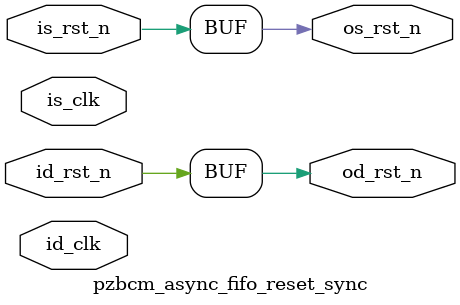
<source format=sv>
module pzbcm_async_fifo_reset_sync #(
  parameter bit MERGE_RESET       = '0,
  parameter int RESET_SYNC_STAGES = 2
)(
  input   var is_clk,
  input   var is_rst_n,
  output  var os_rst_n,
  input   var id_clk,
  input   var id_rst_n,
  output  var od_rst_n
);
  if (MERGE_RESET) begin : g_reset
    logic rst_n;

    always_comb begin
      rst_n = is_rst_n & id_rst_n;
    end

    pzbcm_synchronizer #(
      .WIDTH  (1                  ),
      .STAGES (RESET_SYNC_STAGES  )
    ) u_srst_sync (
      .i_clk    (is_clk   ),
      .i_rst_n  (rst_n    ),
      .i_d      ('1       ),
      .o_d      (os_rst_n )
    );

    pzbcm_synchronizer #(
      .WIDTH  (1                  ),
      .STAGES (RESET_SYNC_STAGES  )
    ) u_drst_sync (
      .i_clk    (id_clk   ),
      .i_rst_n  (rst_n    ),
      .i_d      ('1       ),
      .o_d      (od_rst_n )
    );
  end
  else begin : g_reset
    always_comb begin
      os_rst_n  = is_rst_n;
      od_rst_n  = id_rst_n;
    end
  end

endmodule

</source>
